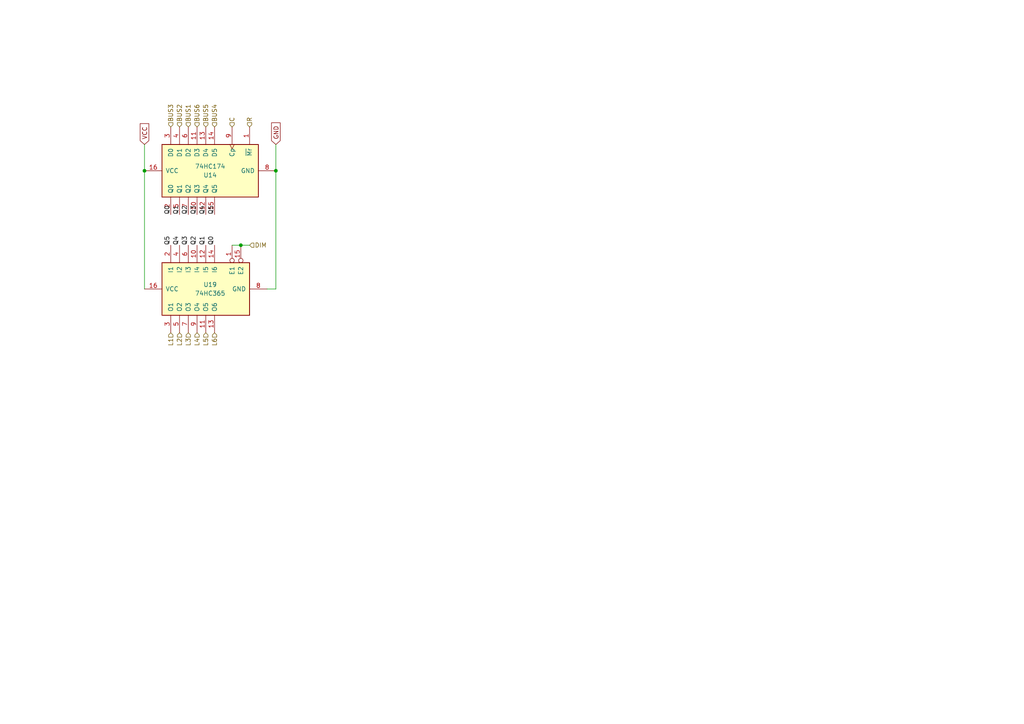
<source format=kicad_sch>
(kicad_sch (version 20230121) (generator eeschema)
  (paper "A4")
  (lib_symbols
    (symbol "74xx:74LS174" (pin_names (offset 1.016))
      (property "Reference" "U" (at -7.62 13.97 0))
      (property "Value" "74LS174" (at -7.62 -16.51 0))
      (symbol "74LS174_1_0"
        (pin input line (at -12.7 -12.7 0) (length 5.08) (name "~{Mr}") (number "1"))
        (pin output line (at 12.7 2.54 180) (length 5.08) (name "Q3") (number "10"))
        (pin input line (at -12.7 2.54 0) (length 5.08) (name "D3") (number "11"))
        (pin output line (at 12.7 0 180) (length 5.08) (name "Q4") (number "12"))
        (pin input line (at -12.7 0 0) (length 5.08) (name "D4") (number "13"))
        (pin input line (at -12.7 -2.54 0) (length 5.08) (name "D5") (number "14"))
        (pin output line (at 12.7 -2.54 180) (length 5.08) (name "Q5") (number "15"))
        (pin power_in line (at 0 17.78 270) (length 5.08) (name "VCC") (number "16"))
        (pin output line (at 12.7 10.16 180) (length 5.08) (name "Q0") (number "2"))
        (pin input line (at -12.7 10.16 0) (length 5.08) (name "D0") (number "3"))
        (pin input line (at -12.7 7.62 0) (length 5.08) (name "D1") (number "4"))
        (pin output line (at 12.7 7.62 180) (length 5.08) (name "Q1") (number "5"))
        (pin input line (at -12.7 5.08 0) (length 5.08) (name "D2") (number "6"))
        (pin output line (at 12.7 5.08 180) (length 5.08) (name "Q2") (number "7"))
        (pin power_in line (at 0 -20.32 90) (length 5.08) (name "GND") (number "8"))
        (pin input clock (at -12.7 -7.62 0) (length 5.08) (name "Cp") (number "9"))
      )
      (symbol "74LS174_1_1"
        (rectangle (start -7.62 12.7) (end 7.62 -15.24) (stroke (width 0.254)) (fill (type background)))
      )
    )
    (symbol "74xx:74LS365" (pin_names (offset 1.016))
      (property "Reference" "U" (at -7.62 13.97 0))
      (property "Value" "74LS365" (at -7.62 -13.97 0))
      (symbol "74LS365_1_0"
        (pin input inverted (at -12.7 -7.62 0) (length 5.08) (name "E1") (number "1"))
        (pin input line (at -12.7 2.54 0) (length 5.08) (name "I4") (number "10"))
        (pin tri_state line (at 12.7 0 180) (length 5.08) (name "O5") (number "11"))
        (pin input line (at -12.7 0 0) (length 5.08) (name "I5") (number "12"))
        (pin tri_state line (at 12.7 -2.54 180) (length 5.08) (name "O6") (number "13"))
        (pin input line (at -12.7 -2.54 0) (length 5.08) (name "I6") (number "14"))
        (pin input inverted (at -12.7 -10.16 0) (length 5.08) (name "E2") (number "15"))
        (pin power_in line (at 0 17.78 270) (length 5.08) (name "VCC") (number "16"))
        (pin input line (at -12.7 10.16 0) (length 5.08) (name "I1") (number "2"))
        (pin tri_state line (at 12.7 10.16 180) (length 5.08) (name "O1") (number "3"))
        (pin input line (at -12.7 7.62 0) (length 5.08) (name "I2") (number "4"))
        (pin tri_state line (at 12.7 7.62 180) (length 5.08) (name "O2") (number "5"))
        (pin input line (at -12.7 5.08 0) (length 5.08) (name "I3") (number "6"))
        (pin tri_state line (at 12.7 5.08 180) (length 5.08) (name "O3") (number "7"))
        (pin power_in line (at 0 -17.78 90) (length 5.08) (name "GND") (number "8"))
        (pin tri_state line (at 12.7 2.54 180) (length 5.08) (name "O4") (number "9"))
      )
      (symbol "74LS365_1_1"
        (rectangle (start -7.62 12.7) (end 7.62 -12.7) (stroke (width 0.254)) (fill (type background)))
      )
    )
  )
  (junction (at 41.91 49.53))
  (junction (at 69.85 71.12))
  (junction (at 80.01 49.53))
  (wire (pts (xy 41.91 41.91) (xy 41.91 49.53)))
  (wire (pts (xy 80.01 49.53) (xy 80.01 83.82)))
  (wire (pts (xy 67.31 71.12) (xy 69.85 71.12)))
  (wire (pts (xy 69.85 71.12) (xy 72.39 71.12)))
  (wire (pts (xy 41.91 49.53) (xy 41.91 83.82)))
  (wire (pts (xy 80.01 41.91) (xy 80.01 49.53)))
  (wire (pts (xy 80.01 83.82) (xy 77.47 83.82)))
  (label "Q3" (at 54.61 71.12 90))
  (label "Q0" (at 62.23 71.12 90))
  (label "Q5" (at 49.53 71.12 90))
  (label "Q2" (at 57.15 71.12 90))
  (label "Q3" (at 57.15 62.23 90))
  (label "Q4" (at 59.69 62.23 90))
  (label "Q1" (at 52.07 62.23 90))
  (label "Q2" (at 54.61 62.23 90))
  (label "Q0" (at 49.53 62.23 90))
  (label "Q5" (at 62.23 62.23 90))
  (label "Q1" (at 59.69 71.12 90))
  (label "Q4" (at 52.07 71.12 90))
  (global_label "GND" (shape input) (at 80.01 41.91 90) (property "Intersheetrefs" "${INTERSHEET_REFS}" (effects hide)))
  (global_label "VCC" (shape input) (at 41.91 41.91 90) (property "Intersheetrefs" "${INTERSHEET_REFS}" (effects hide)))
  (hierarchical_label "L2" (shape input) (at 52.07 96.52 270))
  (hierarchical_label "L4" (shape input) (at 57.15 96.52 270))
  (hierarchical_label "L3" (shape input) (at 54.61 96.52 270))
  (hierarchical_label "L6" (shape input) (at 62.23 96.52 270))
  (hierarchical_label "BUS5" (shape input) (at 59.69 36.83 90))
  (hierarchical_label "L1" (shape input) (at 49.53 96.52 270))
  (hierarchical_label "BUS1" (shape input) (at 54.61 36.83 90))
  (hierarchical_label "BUS6" (shape input) (at 57.15 36.83 90))
  (hierarchical_label "L5" (shape input) (at 59.69 96.52 270))
  (hierarchical_label "BUS2" (shape input) (at 52.07 36.83 90))
  (hierarchical_label "R" (shape input) (at 72.39 36.83 90))
  (hierarchical_label "BUS4" (shape input) (at 62.23 36.83 90))
  (hierarchical_label "BUS3" (shape input) (at 49.53 36.83 90))
  (hierarchical_label "DIM" (shape input) (at 72.39 71.12 0))
  (hierarchical_label "C" (shape input) (at 67.31 36.83 90))
  (symbol (lib_id "74xx:74LS365") (at 59.69 83.82 90) (mirror x) (unit 1)
    (property "Reference" "U19" (at 60.96 82.55 90))
    (property "Value" "74HC365" (at 60.96 85.09 90))
    (property "Footprint" "Package_SO:TSSOP-16_4.4x5mm_P0.65mm" (effects hide))
    (property "Datasheet" "http://www.ti.com/lit/gpn/sn74HC365" (effects hide))
    (instances (project "unchat_keeb" (path "" (reference "U19") (unit 1)) (path "" (reference "U20") (unit 1)) (path "" (reference "U21") (unit 1)) (path "" (reference "U22") (unit 1)) (path "" (reference "U23") (unit 1)) (path "" (reference "U24") (unit 1)) (path "" (reference "U27") (unit 1))))
  )
  (symbol (lib_id "74xx:74LS174") (at 59.69 49.53 90) (mirror x) (unit 1)
    (property "Reference" "U14" (at 60.96 50.8 90))
    (property "Value" "74HC174" (at 60.96 48.26 90))
    (property "Footprint" "Package_SO:TSSOP-16_4.4x5mm_P0.65mm" (effects hide))
    (property "Datasheet" "http://www.ti.com/lit/gpn/sn74HC174" (effects hide))
    (instances (project "unchat_keeb" (path "" (reference "U14") (unit 1)) (path "" (reference "U13") (unit 1)) (path "" (reference "U14") (unit 1)) (path "" (reference "U15") (unit 1)) (path "" (reference "U16") (unit 1)) (path "" (reference "U17") (unit 1)) (path "" (reference "U18") (unit 1)) (path "" (reference "U26") (unit 1))))
  )
)
</source>
